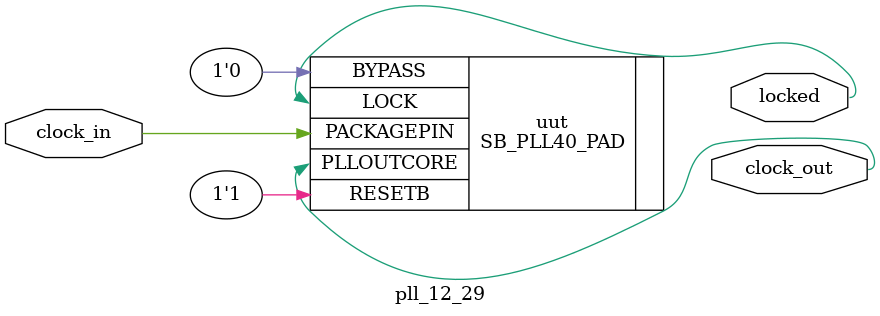
<source format=v>
/**
 * PLL configuration
 *
 * This Verilog module was generated automatically
 * using the icepll tool from the IceStorm project.
 * Use at your own risk.
 *
 * Given input frequency:        12.000 MHz
 * Requested output frequency:   28.636 MHz
 * Achieved output frequency:    28.500 MHz
 */

module pll_12_29(
	input  clock_in,
	output clock_out,
	output locked
	);

SB_PLL40_PAD #(
		.FEEDBACK_PATH("SIMPLE"),
		.DIVR(4'b0000),		// DIVR =  0
		.DIVF(7'b1001011),	// DIVF = 75
		.DIVQ(3'b101),		// DIVQ =  5
		.FILTER_RANGE(3'b001)	// FILTER_RANGE = 1
	) uut (
		.LOCK(locked),
		.RESETB(1'b1),
		.BYPASS(1'b0),
		.PACKAGEPIN(clock_in),
		.PLLOUTCORE(clock_out)
		);

endmodule

</source>
